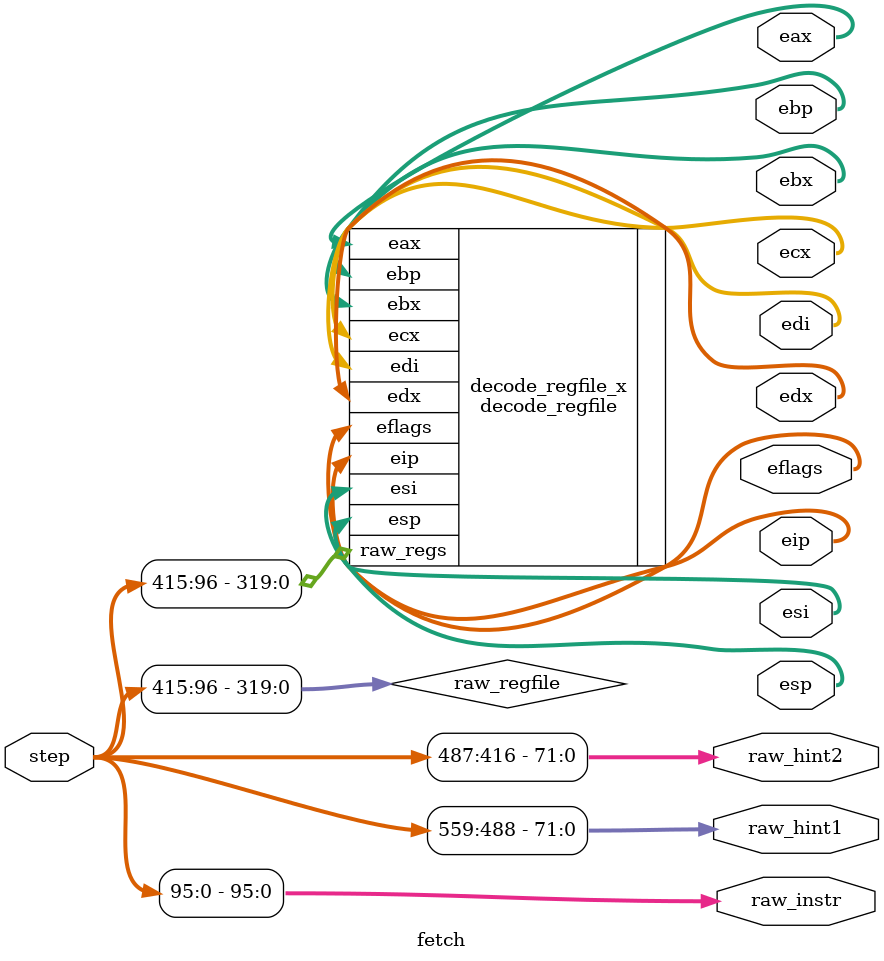
<source format=v>
`default_nettype none

module fetch(
  input [655:0] step,

  output [95:0] raw_instr,
  output [31:0] eax, ebx, ecx, edx, esi, edi, esp, ebp, eip, eflags,
  output [71:0] raw_hint1,
  output [71:0] raw_hint2 
);

wire [319:0] raw_regfile;

assign raw_instr = step[95:0];
assign raw_hint1 = step[559:488];
assign raw_hint2 = step[487:416];
assign raw_regfile = step[415:96];

decode_regfile decode_regfile_x(
  .raw_regs(raw_regfile),

  .eax(eax),
  .ebx(ebx),
  .ecx(ecx),
  .edx(edx),
  .esi(esi),
  .edi(edi),
  .esp(esp),
  .ebp(ebp),
  .eip(eip),
  .eflags(eflags)
);

endmodule

</source>
